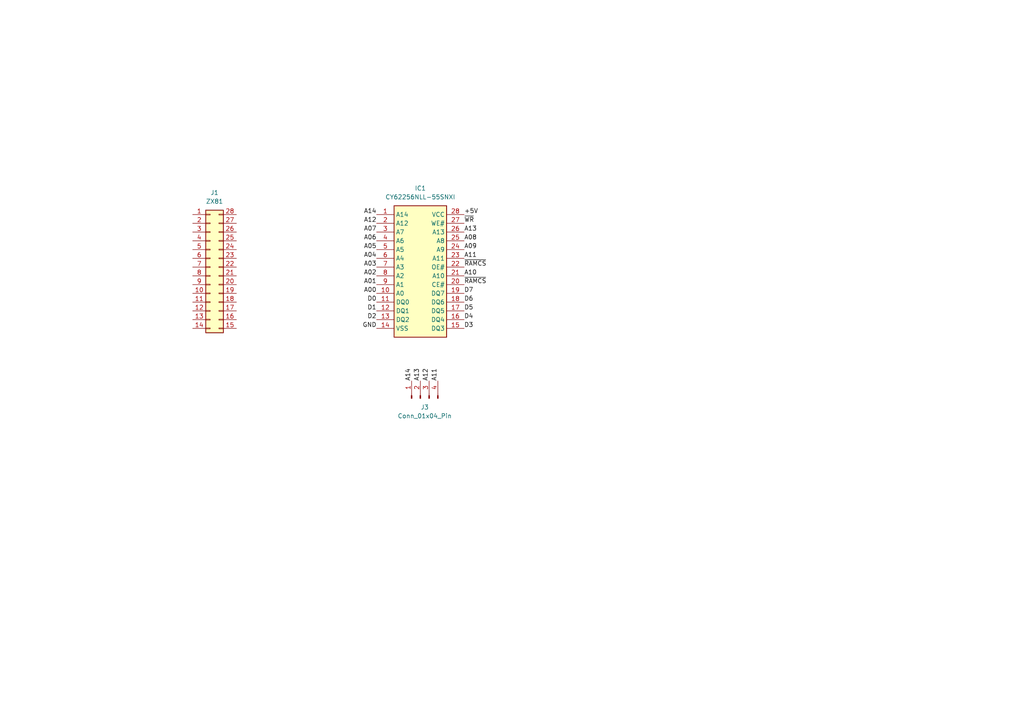
<source format=kicad_sch>
(kicad_sch (version 20250114) (generator "eeschema") (generator_version "9.0")
  (paper "A4")
  (title_block (title "ZX81/TS1000 32KB RAM Board") (date "2023-09-10") (rev "INITIAL") (company "Brett Hallen") (comment 1 "youtube.com/@brfff"))
  (lib_symbols
    (symbol "AS6C62256-55PCN:AS6C62256-55PCN"
      (property "Reference" "IC" (at 21.59 7.62 0))
      (property "Value" "AS6C62256-55PCN" (at 21.59 5.08 0))
      (symbol "AS6C62256-55PCN_1_1"
        (rectangle (start 5.08 2.54) (end 20.32 -35.56) (stroke (width 0.254)) (fill (type background)))
        (pin input line (at 0 0 0) (length 5.08) (name "A14") (number "1"))
        (pin input line (at 0 -2.54 0) (length 5.08) (name "A12") (number "2"))
        (pin input line (at 0 -5.08 0) (length 5.08) (name "A7") (number "3"))
        (pin input line (at 0 -7.62 0) (length 5.08) (name "A6") (number "4"))
        (pin input line (at 0 -10.16 0) (length 5.08) (name "A5") (number "5"))
        (pin input line (at 0 -12.7 0) (length 5.08) (name "A4") (number "6"))
        (pin input line (at 0 -15.24 0) (length 5.08) (name "A3") (number "7"))
        (pin input line (at 0 -17.78 0) (length 5.08) (name "A2") (number "8"))
        (pin input line (at 0 -20.32 0) (length 5.08) (name "A1") (number "9"))
        (pin input line (at 0 -22.86 0) (length 5.08) (name "A0") (number "10"))
        (pin bidirectional line (at 0 -25.4 0) (length 5.08) (name "DQ0") (number "11"))
        (pin bidirectional line (at 0 -27.94 0) (length 5.08) (name "DQ1") (number "12"))
        (pin bidirectional line (at 0 -30.48 0) (length 5.08) (name "DQ2") (number "13"))
        (pin power_in line (at 0 -33.02 0) (length 5.08) (name "VSS") (number "14"))
        (pin power_in line (at 25.4 0 180) (length 5.08) (name "VCC") (number "28"))
        (pin input line (at 25.4 -2.54 180) (length 5.08) (name "WE#") (number "27"))
        (pin input line (at 25.4 -5.08 180) (length 5.08) (name "A13") (number "26"))
        (pin input line (at 25.4 -7.62 180) (length 5.08) (name "A8") (number "25"))
        (pin input line (at 25.4 -10.16 180) (length 5.08) (name "A9") (number "24"))
        (pin input line (at 25.4 -12.7 180) (length 5.08) (name "A11") (number "23"))
        (pin input line (at 25.4 -15.24 180) (length 5.08) (name "OE#") (number "22"))
        (pin input line (at 25.4 -17.78 180) (length 5.08) (name "A10") (number "21"))
        (pin input line (at 25.4 -20.32 180) (length 5.08) (name "CE#") (number "20"))
        (pin bidirectional line (at 25.4 -22.86 180) (length 5.08) (name "DQ7") (number "19"))
        (pin bidirectional line (at 25.4 -25.4 180) (length 5.08) (name "DQ6") (number "18"))
        (pin bidirectional line (at 25.4 -27.94 180) (length 5.08) (name "DQ5") (number "17"))
        (pin bidirectional line (at 25.4 -30.48 180) (length 5.08) (name "DQ4") (number "16"))
        (pin bidirectional line (at 25.4 -33.02 180) (length 5.08) (name "DQ3") (number "15"))
      )
    )
    (symbol "Connector:Conn_01x04_Pin" (pin_names (offset 1.016) (hide yes))
      (property "Reference" "J" (at 0 5.08 0))
      (property "Value" "Conn_01x04_Pin" (at 0 -7.62 0))
      (symbol "Conn_01x04_Pin_1_1"
        (rectangle (start 0.8636 2.667) (end 0 2.413) (stroke (width 0.1524)) (fill (type outline)))
        (rectangle (start 0.8636 0.127) (end 0 -0.127) (stroke (width 0.1524)) (fill (type outline)))
        (rectangle (start 0.8636 -2.413) (end 0 -2.667) (stroke (width 0.1524)) (fill (type outline)))
        (rectangle (start 0.8636 -4.953) (end 0 -5.207) (stroke (width 0.1524)) (fill (type outline)))
        (polyline (pts (xy 1.27 2.54) (xy 0.8636 2.54)) (stroke (width 0.1524)))
        (polyline (pts (xy 1.27 0) (xy 0.8636 0)) (stroke (width 0.1524)))
        (polyline (pts (xy 1.27 -2.54) (xy 0.8636 -2.54)) (stroke (width 0.1524)))
        (polyline (pts (xy 1.27 -5.08) (xy 0.8636 -5.08)) (stroke (width 0.1524)))
        (pin passive line (at 5.08 2.54 180) (length 3.81) (name "Pin_1") (number "1"))
        (pin passive line (at 5.08 0 180) (length 3.81) (name "Pin_2") (number "2"))
        (pin passive line (at 5.08 -2.54 180) (length 3.81) (name "Pin_3") (number "3"))
        (pin passive line (at 5.08 -5.08 180) (length 3.81) (name "Pin_4") (number "4"))
      )
    )
    (symbol "Connector_Generic:Conn_02x14_Counter_Clockwise" (pin_names (offset 1.016) (hide yes))
      (property "Reference" "J" (at 1.27 17.78 0))
      (property "Value" "Conn_02x14_Counter_Clockwise" (at 1.27 -20.32 0))
      (symbol "Conn_02x14_Counter_Clockwise_1_1"
        (rectangle (start -1.27 16.51) (end 3.81 -19.05) (stroke (width 0.254)) (fill (type background)))
        (rectangle (start -1.27 15.367) (end 0 15.113) (stroke (width 0.1524)))
        (rectangle (start -1.27 12.827) (end 0 12.573) (stroke (width 0.1524)))
        (rectangle (start -1.27 10.287) (end 0 10.033) (stroke (width 0.1524)))
        (rectangle (start -1.27 7.747) (end 0 7.493) (stroke (width 0.1524)))
        (rectangle (start -1.27 5.207) (end 0 4.953) (stroke (width 0.1524)))
        (rectangle (start -1.27 2.667) (end 0 2.413) (stroke (width 0.1524)))
        (rectangle (start -1.27 0.127) (end 0 -0.127) (stroke (width 0.1524)))
        (rectangle (start -1.27 -2.413) (end 0 -2.667) (stroke (width 0.1524)))
        (rectangle (start -1.27 -4.953) (end 0 -5.207) (stroke (width 0.1524)))
        (rectangle (start -1.27 -7.493) (end 0 -7.747) (stroke (width 0.1524)))
        (rectangle (start -1.27 -10.033) (end 0 -10.287) (stroke (width 0.1524)))
        (rectangle (start -1.27 -12.573) (end 0 -12.827) (stroke (width 0.1524)))
        (rectangle (start -1.27 -15.113) (end 0 -15.367) (stroke (width 0.1524)))
        (rectangle (start -1.27 -17.653) (end 0 -17.907) (stroke (width 0.1524)))
        (rectangle (start 3.81 15.367) (end 2.54 15.113) (stroke (width 0.1524)))
        (rectangle (start 3.81 12.827) (end 2.54 12.573) (stroke (width 0.1524)))
        (rectangle (start 3.81 10.287) (end 2.54 10.033) (stroke (width 0.1524)))
        (rectangle (start 3.81 7.747) (end 2.54 7.493) (stroke (width 0.1524)))
        (rectangle (start 3.81 5.207) (end 2.54 4.953) (stroke (width 0.1524)))
        (rectangle (start 3.81 2.667) (end 2.54 2.413) (stroke (width 0.1524)))
        (rectangle (start 3.81 0.127) (end 2.54 -0.127) (stroke (width 0.1524)))
        (rectangle (start 3.81 -2.413) (end 2.54 -2.667) (stroke (width 0.1524)))
        (rectangle (start 3.81 -4.953) (end 2.54 -5.207) (stroke (width 0.1524)))
        (rectangle (start 3.81 -7.493) (end 2.54 -7.747) (stroke (width 0.1524)))
        (rectangle (start 3.81 -10.033) (end 2.54 -10.287) (stroke (width 0.1524)))
        (rectangle (start 3.81 -12.573) (end 2.54 -12.827) (stroke (width 0.1524)))
        (rectangle (start 3.81 -15.113) (end 2.54 -15.367) (stroke (width 0.1524)))
        (rectangle (start 3.81 -17.653) (end 2.54 -17.907) (stroke (width 0.1524)))
        (pin passive line (at -5.08 15.24 0) (length 3.81) (name "Pin_1") (number "1"))
        (pin passive line (at -5.08 12.7 0) (length 3.81) (name "Pin_2") (number "2"))
        (pin passive line (at -5.08 10.16 0) (length 3.81) (name "Pin_3") (number "3"))
        (pin passive line (at -5.08 7.62 0) (length 3.81) (name "Pin_4") (number "4"))
        (pin passive line (at -5.08 5.08 0) (length 3.81) (name "Pin_5") (number "5"))
        (pin passive line (at -5.08 2.54 0) (length 3.81) (name "Pin_6") (number "6"))
        (pin passive line (at -5.08 0 0) (length 3.81) (name "Pin_7") (number "7"))
        (pin passive line (at -5.08 -2.54 0) (length 3.81) (name "Pin_8") (number "8"))
        (pin passive line (at -5.08 -5.08 0) (length 3.81) (name "Pin_9") (number "9"))
        (pin passive line (at -5.08 -7.62 0) (length 3.81) (name "Pin_10") (number "10"))
        (pin passive line (at -5.08 -10.16 0) (length 3.81) (name "Pin_11") (number "11"))
        (pin passive line (at -5.08 -12.7 0) (length 3.81) (name "Pin_12") (number "12"))
        (pin passive line (at -5.08 -15.24 0) (length 3.81) (name "Pin_13") (number "13"))
        (pin passive line (at -5.08 -17.78 0) (length 3.81) (name "Pin_14") (number "14"))
        (pin passive line (at 7.62 15.24 180) (length 3.81) (name "Pin_28") (number "28"))
        (pin passive line (at 7.62 12.7 180) (length 3.81) (name "Pin_27") (number "27"))
        (pin passive line (at 7.62 10.16 180) (length 3.81) (name "Pin_26") (number "26"))
        (pin passive line (at 7.62 7.62 180) (length 3.81) (name "Pin_25") (number "25"))
        (pin passive line (at 7.62 5.08 180) (length 3.81) (name "Pin_24") (number "24"))
        (pin passive line (at 7.62 2.54 180) (length 3.81) (name "Pin_23") (number "23"))
        (pin passive line (at 7.62 0 180) (length 3.81) (name "Pin_22") (number "22"))
        (pin passive line (at 7.62 -2.54 180) (length 3.81) (name "Pin_21") (number "21"))
        (pin passive line (at 7.62 -5.08 180) (length 3.81) (name "Pin_20") (number "20"))
        (pin passive line (at 7.62 -7.62 180) (length 3.81) (name "Pin_19") (number "19"))
        (pin passive line (at 7.62 -10.16 180) (length 3.81) (name "Pin_18") (number "18"))
        (pin passive line (at 7.62 -12.7 180) (length 3.81) (name "Pin_17") (number "17"))
        (pin passive line (at 7.62 -15.24 180) (length 3.81) (name "Pin_16") (number "16"))
        (pin passive line (at 7.62 -17.78 180) (length 3.81) (name "Pin_15") (number "15"))
      )
    )
  )
  (label "A13" (at 134.62 67.31 0))
  (label "A04" (at 109.22 74.93 180))
  (label "A09" (at 134.62 72.39 0))
  (label "A14" (at 119.38 110.49 90))
  (label "A02" (at 109.22 80.01 180))
  (label "A01" (at 109.22 82.55 180))
  (label "D5" (at 134.62 90.17 0))
  (label "A11" (at 134.62 74.93 0))
  (label "A10" (at 134.62 80.01 0))
  (label "A13" (at 121.92 110.49 90))
  (label "D1" (at 109.22 90.17 180))
  (label "D3" (at 134.62 95.25 0))
  (label "A00" (at 109.22 85.09 180))
  (label "D7" (at 134.62 85.09 0))
  (label "A07" (at 109.22 67.31 180))
  (label "+5V" (at 134.62 62.23 0))
  (label "~{RAMCS}" (at 134.62 82.55 0))
  (label "A05" (at 109.22 72.39 180))
  (label "A11" (at 127 110.49 90))
  (label "A03" (at 109.22 77.47 180))
  (label "D0" (at 109.22 87.63 180))
  (label "D6" (at 134.62 87.63 0))
  (label "D4" (at 134.62 92.71 0))
  (label "~{WR}" (at 134.62 64.77 0))
  (label "A06" (at 109.22 69.85 180))
  (label "GND" (at 109.22 95.25 180))
  (label "A08" (at 134.62 69.85 0))
  (label "~{RAMCS}" (at 134.62 77.47 0))
  (label "A14" (at 109.22 62.23 180))
  (label "A12" (at 109.22 64.77 180))
  (label "D2" (at 109.22 92.71 180))
  (label "A12" (at 124.46 110.49 90))
  (symbol (lib_id "Connector_Generic:Conn_02x14_Counter_Clockwise") (at 60.96 77.47 0) (unit 1)
    (property "Reference" "J1" (at 62.23 55.88 0))
    (property "Value" "ZX81" (at 62.23 58.42 0))
    (property "Description" "Generic connector, double row, 02x14, counter clockwise pin numbering scheme (similar to DIP package numbering), script generated (kicad-library-utils/schlib/autogen/connector/)" (effects (hide yes)))
  )
  (symbol (lib_id "AS6C62256-55PCN:AS6C62256-55PCN") (at 109.22 62.23 0) (unit 1)
    (property "Reference" "IC1" (at 121.92 54.61 0))
    (property "Value" "CY62256NLL-55SNXI" (at 121.92 57.15 0))
    (property "Footprint" "CluelessEngineer:DIP1587W140P254L3632H381Q28N" (effects (hide yes)))
    (property "Datasheet" "https://componentsearchengine.com/Datasheets/1/AS6C62256-55PCN.pdf" (effects (hide yes)))
    (property "Height" "3.81" (effects (hide yes)))
    (property "Mouser Part Number" "913-AS6C62256-55PCN" (effects (hide yes)))
    (property "Mouser Price/Stock" "https://www.mouser.co.uk/ProductDetail/Alliance-Memory/AS6C62256-55PCN?qs=LD2UibpCYJqgbIupMJnGTQ%3D%3D" (effects (hide yes)))
    (property "Manufacturer_Name" "Alliance Memory" (effects (hide yes)))
    (property "Manufacturer_Part_Number" "AS6C62256-55PCN" (effects (hide yes)))
  )
  (symbol (lib_id "Connector:Conn_01x04_Pin") (at 121.92 115.57 90) (unit 1)
    (property "Reference" "J3" (at 123.19 118.11 90))
    (property "Value" "Conn_01x04_Pin" (at 123.19 120.65 90))
    (property "Footprint" "Connector_PinHeader_2.54mm:PinHeader_1x04_P2.54mm_Horizontal" (effects (hide yes)))
  )
)
</source>
